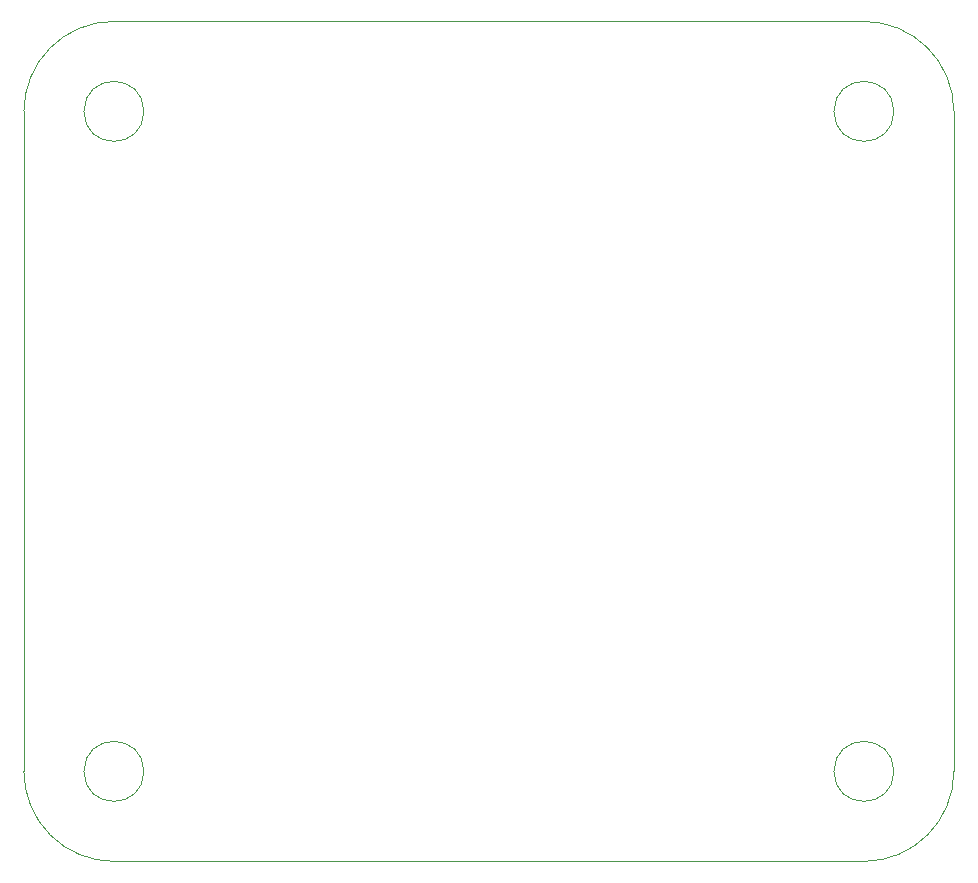
<source format=gbr>
%TF.GenerationSoftware,KiCad,Pcbnew,(6.0.11)*%
%TF.CreationDate,2024-03-14T23:03:51+01:00*%
%TF.ProjectId,circuit,63697263-7569-4742-9e6b-696361645f70,rev?*%
%TF.SameCoordinates,Original*%
%TF.FileFunction,Profile,NP*%
%FSLAX46Y46*%
G04 Gerber Fmt 4.6, Leading zero omitted, Abs format (unit mm)*
G04 Created by KiCad (PCBNEW (6.0.11)) date 2024-03-14 23:03:51*
%MOMM*%
%LPD*%
G01*
G04 APERTURE LIST*
%TA.AperFunction,Profile*%
%ADD10C,0.100000*%
%TD*%
G04 APERTURE END LIST*
D10*
X149860000Y-55880000D02*
G75*
G03*
X142240000Y-48260000I-7620000J0D01*
G01*
X81280000Y-111760000D02*
G75*
G03*
X81280000Y-111760000I-2540000J0D01*
G01*
X78740000Y-48260000D02*
X142240000Y-48260000D01*
X71120000Y-111760000D02*
G75*
G03*
X78740000Y-119380000I7620000J0D01*
G01*
X71120000Y-111760000D02*
X71120000Y-55880000D01*
X144780000Y-111760000D02*
G75*
G03*
X144780000Y-111760000I-2540000J0D01*
G01*
X144780000Y-55880000D02*
G75*
G03*
X144780000Y-55880000I-2540000J0D01*
G01*
X142240000Y-119380000D02*
X78740000Y-119380000D01*
X142240000Y-119380000D02*
G75*
G03*
X149860000Y-111760000I0J7620000D01*
G01*
X78740000Y-48260000D02*
G75*
G03*
X71120000Y-55880000I0J-7620000D01*
G01*
X149860000Y-55880000D02*
X149860000Y-111760000D01*
X81280000Y-55880000D02*
G75*
G03*
X81280000Y-55880000I-2540000J0D01*
G01*
M02*

</source>
